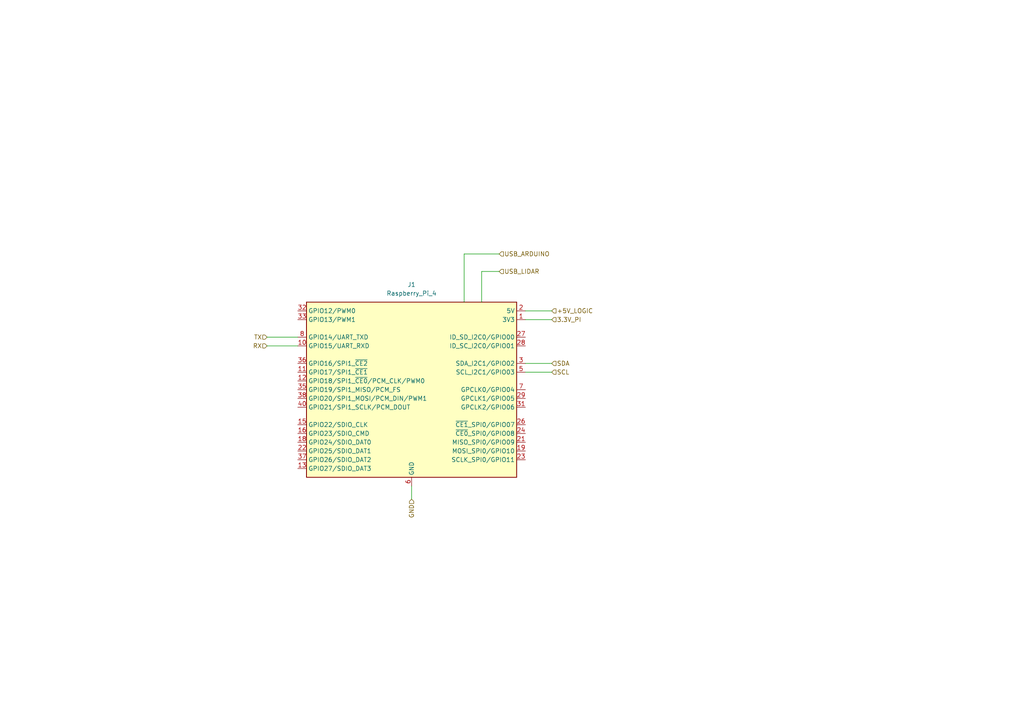
<source format=kicad_sch>
(kicad_sch
	(version 20250114)
	(generator "eeschema")
	(generator_version "9.0")
	(uuid "5e47a621-fbb2-4e8c-b01b-9e13e43c9123")
	(paper "A4")
	(lib_symbols
		(symbol "Connector:Raspberry_Pi_4"
			(exclude_from_sim no)
			(in_bom yes)
			(on_board yes)
			(property "Reference" "J"
				(at -17.526 48.768 0)
				(effects
					(font
						(size 1.27 1.27)
					)
					(justify left bottom)
				)
			)
			(property "Value" "Raspberry_Pi_4"
				(at 15.748 -26.416 0)
				(effects
					(font
						(size 1.27 1.27)
					)
					(justify left top)
				)
			)
			(property "Footprint" ""
				(at 70.104 -47.498 0)
				(effects
					(font
						(size 1.27 1.27)
					)
					(justify left)
					(hide yes)
				)
			)
			(property "Datasheet" "https://datasheets.raspberrypi.com/rpi4/raspberry-pi-4-datasheet.pdf"
				(at 15.748 -32.258 0)
				(effects
					(font
						(size 1.27 1.27)
					)
					(justify left)
					(hide yes)
				)
			)
			(property "Description" "Raspberry Pi 4 Model B"
				(at 15.748 -29.718 0)
				(effects
					(font
						(size 1.27 1.27)
					)
					(justify left)
					(hide yes)
				)
			)
			(property "ki_keywords" "SBC RPi"
				(at 0 0 0)
				(effects
					(font
						(size 1.27 1.27)
					)
					(hide yes)
				)
			)
			(property "ki_fp_filters" "PinHeader*2x20*P2.54mm*Vertical* PinSocket*2x20*P2.54mm*Vertical*"
				(at 0 0 0)
				(effects
					(font
						(size 1.27 1.27)
					)
					(hide yes)
				)
			)
			(symbol "Raspberry_Pi_4_0_1"
				(rectangle
					(start -30.48 25.4)
					(end 30.48 -25.4)
					(stroke
						(width 0.254)
						(type default)
					)
					(fill
						(type background)
					)
				)
			)
			(symbol "Raspberry_Pi_4_1_1"
				(pin bidirectional line
					(at -33.02 22.86 0)
					(length 2.54)
					(name "GPIO12/PWM0"
						(effects
							(font
								(size 1.27 1.27)
							)
						)
					)
					(number "32"
						(effects
							(font
								(size 1.27 1.27)
							)
						)
					)
				)
				(pin bidirectional line
					(at -33.02 20.32 0)
					(length 2.54)
					(name "GPIO13/PWM1"
						(effects
							(font
								(size 1.27 1.27)
							)
						)
					)
					(number "33"
						(effects
							(font
								(size 1.27 1.27)
							)
						)
					)
				)
				(pin bidirectional line
					(at -33.02 15.24 0)
					(length 2.54)
					(name "GPIO14/UART_TXD"
						(effects
							(font
								(size 1.27 1.27)
							)
						)
					)
					(number "8"
						(effects
							(font
								(size 1.27 1.27)
							)
						)
					)
				)
				(pin bidirectional line
					(at -33.02 12.7 0)
					(length 2.54)
					(name "GPIO15/UART_RXD"
						(effects
							(font
								(size 1.27 1.27)
							)
						)
					)
					(number "10"
						(effects
							(font
								(size 1.27 1.27)
							)
						)
					)
				)
				(pin bidirectional line
					(at -33.02 7.62 0)
					(length 2.54)
					(name "GPIO16/SPI1_~{CE2}"
						(effects
							(font
								(size 1.27 1.27)
							)
						)
					)
					(number "36"
						(effects
							(font
								(size 1.27 1.27)
							)
						)
					)
				)
				(pin bidirectional line
					(at -33.02 5.08 0)
					(length 2.54)
					(name "GPIO17/SPI1_~{CE1}"
						(effects
							(font
								(size 1.27 1.27)
							)
						)
					)
					(number "11"
						(effects
							(font
								(size 1.27 1.27)
							)
						)
					)
				)
				(pin bidirectional line
					(at -33.02 2.54 0)
					(length 2.54)
					(name "GPIO18/SPI1_~{CE0}/PCM_CLK/PWM0"
						(effects
							(font
								(size 1.27 1.27)
							)
						)
					)
					(number "12"
						(effects
							(font
								(size 1.27 1.27)
							)
						)
					)
				)
				(pin bidirectional line
					(at -33.02 0 0)
					(length 2.54)
					(name "GPIO19/SPI1_MISO/PCM_FS"
						(effects
							(font
								(size 1.27 1.27)
							)
						)
					)
					(number "35"
						(effects
							(font
								(size 1.27 1.27)
							)
						)
					)
				)
				(pin bidirectional line
					(at -33.02 -2.54 0)
					(length 2.54)
					(name "GPIO20/SPI1_MOSI/PCM_DIN/PWM1"
						(effects
							(font
								(size 1.27 1.27)
							)
						)
					)
					(number "38"
						(effects
							(font
								(size 1.27 1.27)
							)
						)
					)
				)
				(pin bidirectional line
					(at -33.02 -5.08 0)
					(length 2.54)
					(name "GPIO21/SPI1_SCLK/PCM_DOUT"
						(effects
							(font
								(size 1.27 1.27)
							)
						)
					)
					(number "40"
						(effects
							(font
								(size 1.27 1.27)
							)
						)
					)
				)
				(pin bidirectional line
					(at -33.02 -10.16 0)
					(length 2.54)
					(name "GPIO22/SDIO_CLK"
						(effects
							(font
								(size 1.27 1.27)
							)
						)
					)
					(number "15"
						(effects
							(font
								(size 1.27 1.27)
							)
						)
					)
				)
				(pin bidirectional line
					(at -33.02 -12.7 0)
					(length 2.54)
					(name "GPIO23/SDIO_CMD"
						(effects
							(font
								(size 1.27 1.27)
							)
						)
					)
					(number "16"
						(effects
							(font
								(size 1.27 1.27)
							)
						)
					)
				)
				(pin bidirectional line
					(at -33.02 -15.24 0)
					(length 2.54)
					(name "GPIO24/SDIO_DAT0"
						(effects
							(font
								(size 1.27 1.27)
							)
						)
					)
					(number "18"
						(effects
							(font
								(size 1.27 1.27)
							)
						)
					)
				)
				(pin bidirectional line
					(at -33.02 -17.78 0)
					(length 2.54)
					(name "GPIO25/SDIO_DAT1"
						(effects
							(font
								(size 1.27 1.27)
							)
						)
					)
					(number "22"
						(effects
							(font
								(size 1.27 1.27)
							)
						)
					)
				)
				(pin bidirectional line
					(at -33.02 -20.32 0)
					(length 2.54)
					(name "GPIO26/SDIO_DAT2"
						(effects
							(font
								(size 1.27 1.27)
							)
						)
					)
					(number "37"
						(effects
							(font
								(size 1.27 1.27)
							)
						)
					)
				)
				(pin bidirectional line
					(at -33.02 -22.86 0)
					(length 2.54)
					(name "GPIO27/SDIO_DAT3"
						(effects
							(font
								(size 1.27 1.27)
							)
						)
					)
					(number "13"
						(effects
							(font
								(size 1.27 1.27)
							)
						)
					)
				)
				(pin passive line
					(at 0 -27.94 90)
					(length 2.54)
					(hide yes)
					(name "GND"
						(effects
							(font
								(size 1.27 1.27)
							)
						)
					)
					(number "14"
						(effects
							(font
								(size 1.27 1.27)
							)
						)
					)
				)
				(pin passive line
					(at 0 -27.94 90)
					(length 2.54)
					(hide yes)
					(name "GND"
						(effects
							(font
								(size 1.27 1.27)
							)
						)
					)
					(number "20"
						(effects
							(font
								(size 1.27 1.27)
							)
						)
					)
				)
				(pin passive line
					(at 0 -27.94 90)
					(length 2.54)
					(hide yes)
					(name "GND"
						(effects
							(font
								(size 1.27 1.27)
							)
						)
					)
					(number "25"
						(effects
							(font
								(size 1.27 1.27)
							)
						)
					)
				)
				(pin passive line
					(at 0 -27.94 90)
					(length 2.54)
					(hide yes)
					(name "GND"
						(effects
							(font
								(size 1.27 1.27)
							)
						)
					)
					(number "30"
						(effects
							(font
								(size 1.27 1.27)
							)
						)
					)
				)
				(pin passive line
					(at 0 -27.94 90)
					(length 2.54)
					(hide yes)
					(name "GND"
						(effects
							(font
								(size 1.27 1.27)
							)
						)
					)
					(number "34"
						(effects
							(font
								(size 1.27 1.27)
							)
						)
					)
				)
				(pin passive line
					(at 0 -27.94 90)
					(length 2.54)
					(hide yes)
					(name "GND"
						(effects
							(font
								(size 1.27 1.27)
							)
						)
					)
					(number "39"
						(effects
							(font
								(size 1.27 1.27)
							)
						)
					)
				)
				(pin power_out line
					(at 0 -27.94 90)
					(length 2.54)
					(name "GND"
						(effects
							(font
								(size 1.27 1.27)
							)
						)
					)
					(number "6"
						(effects
							(font
								(size 1.27 1.27)
							)
						)
					)
				)
				(pin passive line
					(at 0 -27.94 90)
					(length 2.54)
					(hide yes)
					(name "GND"
						(effects
							(font
								(size 1.27 1.27)
							)
						)
					)
					(number "9"
						(effects
							(font
								(size 1.27 1.27)
							)
						)
					)
				)
				(pin power_out line
					(at 33.02 22.86 180)
					(length 2.54)
					(name "5V"
						(effects
							(font
								(size 1.27 1.27)
							)
						)
					)
					(number "2"
						(effects
							(font
								(size 1.27 1.27)
							)
						)
					)
				)
				(pin passive line
					(at 33.02 22.86 180)
					(length 2.54)
					(hide yes)
					(name "5V"
						(effects
							(font
								(size 1.27 1.27)
							)
						)
					)
					(number "4"
						(effects
							(font
								(size 1.27 1.27)
							)
						)
					)
				)
				(pin power_out line
					(at 33.02 20.32 180)
					(length 2.54)
					(name "3V3"
						(effects
							(font
								(size 1.27 1.27)
							)
						)
					)
					(number "1"
						(effects
							(font
								(size 1.27 1.27)
							)
						)
					)
				)
				(pin passive line
					(at 33.02 20.32 180)
					(length 2.54)
					(hide yes)
					(name "3V3"
						(effects
							(font
								(size 1.27 1.27)
							)
						)
					)
					(number "17"
						(effects
							(font
								(size 1.27 1.27)
							)
						)
					)
				)
				(pin bidirectional line
					(at 33.02 15.24 180)
					(length 2.54)
					(name "ID_SD_I2C0/GPIO00"
						(effects
							(font
								(size 1.27 1.27)
							)
						)
					)
					(number "27"
						(effects
							(font
								(size 1.27 1.27)
							)
						)
					)
				)
				(pin bidirectional line
					(at 33.02 12.7 180)
					(length 2.54)
					(name "ID_SC_I2C0/GPIO01"
						(effects
							(font
								(size 1.27 1.27)
							)
						)
					)
					(number "28"
						(effects
							(font
								(size 1.27 1.27)
							)
						)
					)
				)
				(pin bidirectional line
					(at 33.02 7.62 180)
					(length 2.54)
					(name "SDA_I2C1/GPIO02"
						(effects
							(font
								(size 1.27 1.27)
							)
						)
					)
					(number "3"
						(effects
							(font
								(size 1.27 1.27)
							)
						)
					)
				)
				(pin bidirectional line
					(at 33.02 5.08 180)
					(length 2.54)
					(name "SCL_I2C1/GPIO03"
						(effects
							(font
								(size 1.27 1.27)
							)
						)
					)
					(number "5"
						(effects
							(font
								(size 1.27 1.27)
							)
						)
					)
				)
				(pin bidirectional line
					(at 33.02 0 180)
					(length 2.54)
					(name "GPCLK0/GPIO04"
						(effects
							(font
								(size 1.27 1.27)
							)
						)
					)
					(number "7"
						(effects
							(font
								(size 1.27 1.27)
							)
						)
					)
				)
				(pin bidirectional line
					(at 33.02 -2.54 180)
					(length 2.54)
					(name "GPCLK1/GPIO05"
						(effects
							(font
								(size 1.27 1.27)
							)
						)
					)
					(number "29"
						(effects
							(font
								(size 1.27 1.27)
							)
						)
					)
				)
				(pin bidirectional line
					(at 33.02 -5.08 180)
					(length 2.54)
					(name "GPCLK2/GPIO06"
						(effects
							(font
								(size 1.27 1.27)
							)
						)
					)
					(number "31"
						(effects
							(font
								(size 1.27 1.27)
							)
						)
					)
				)
				(pin bidirectional line
					(at 33.02 -10.16 180)
					(length 2.54)
					(name "~{CE1}_SPI0/GPIO07"
						(effects
							(font
								(size 1.27 1.27)
							)
						)
					)
					(number "26"
						(effects
							(font
								(size 1.27 1.27)
							)
						)
					)
				)
				(pin bidirectional line
					(at 33.02 -12.7 180)
					(length 2.54)
					(name "~{CE0}_SPI0/GPIO08"
						(effects
							(font
								(size 1.27 1.27)
							)
						)
					)
					(number "24"
						(effects
							(font
								(size 1.27 1.27)
							)
						)
					)
				)
				(pin bidirectional line
					(at 33.02 -15.24 180)
					(length 2.54)
					(name "MISO_SPI0/GPIO09"
						(effects
							(font
								(size 1.27 1.27)
							)
						)
					)
					(number "21"
						(effects
							(font
								(size 1.27 1.27)
							)
						)
					)
				)
				(pin bidirectional line
					(at 33.02 -17.78 180)
					(length 2.54)
					(name "MOSI_SPI0/GPIO10"
						(effects
							(font
								(size 1.27 1.27)
							)
						)
					)
					(number "19"
						(effects
							(font
								(size 1.27 1.27)
							)
						)
					)
				)
				(pin bidirectional line
					(at 33.02 -20.32 180)
					(length 2.54)
					(name "SCLK_SPI0/GPIO11"
						(effects
							(font
								(size 1.27 1.27)
							)
						)
					)
					(number "23"
						(effects
							(font
								(size 1.27 1.27)
							)
						)
					)
				)
			)
			(embedded_fonts no)
		)
	)
	(wire
		(pts
			(xy 134.62 73.66) (xy 134.62 87.63)
		)
		(stroke
			(width 0)
			(type default)
		)
		(uuid "00bf1403-7bd8-4917-899f-e79a702a44d3")
	)
	(wire
		(pts
			(xy 134.62 73.66) (xy 144.78 73.66)
		)
		(stroke
			(width 0)
			(type default)
		)
		(uuid "05802d02-9a24-49c3-b9ef-6f2f96175816")
	)
	(wire
		(pts
			(xy 160.02 92.71) (xy 152.4 92.71)
		)
		(stroke
			(width 0)
			(type default)
		)
		(uuid "0d0a6fca-b4d3-4ff5-af14-84533c7297d1")
	)
	(wire
		(pts
			(xy 77.47 97.79) (xy 86.36 97.79)
		)
		(stroke
			(width 0)
			(type default)
		)
		(uuid "1d4b1b9b-7f46-44e0-af6a-6b268efad9fe")
	)
	(wire
		(pts
			(xy 139.7 78.74) (xy 144.78 78.74)
		)
		(stroke
			(width 0)
			(type default)
		)
		(uuid "1fc12faa-9feb-4ae2-83cd-2407cedceeca")
	)
	(wire
		(pts
			(xy 152.4 90.17) (xy 160.02 90.17)
		)
		(stroke
			(width 0)
			(type default)
		)
		(uuid "3e81c444-591b-43e8-b864-bfc441aa136b")
	)
	(wire
		(pts
			(xy 160.02 105.41) (xy 152.4 105.41)
		)
		(stroke
			(width 0)
			(type default)
		)
		(uuid "4cad7246-2b35-43d2-8749-d31522b2c868")
	)
	(wire
		(pts
			(xy 139.7 78.74) (xy 139.7 87.63)
		)
		(stroke
			(width 0)
			(type default)
		)
		(uuid "66d9916a-00cd-4999-9775-62efb506a25f")
	)
	(wire
		(pts
			(xy 77.47 100.33) (xy 86.36 100.33)
		)
		(stroke
			(width 0)
			(type default)
		)
		(uuid "68e42592-3667-42ee-ab29-bad13e924ee7")
	)
	(wire
		(pts
			(xy 160.02 107.95) (xy 152.4 107.95)
		)
		(stroke
			(width 0)
			(type default)
		)
		(uuid "d5980176-94d3-46c0-a9d6-17fb06308ccf")
	)
	(wire
		(pts
			(xy 119.38 140.97) (xy 119.38 144.78)
		)
		(stroke
			(width 0)
			(type default)
		)
		(uuid "ffb5e5ba-4952-4c87-a631-d991b802a7d4")
	)
	(hierarchical_label "USB_LIDAR"
		(shape input)
		(at 144.78 78.74 0)
		(effects
			(font
				(size 1.27 1.27)
			)
			(justify left)
		)
		(uuid "030c79c5-99fa-4e21-b768-d8a41825eda9")
	)
	(hierarchical_label "+5V_LOGIC"
		(shape input)
		(at 160.02 90.17 0)
		(effects
			(font
				(size 1.27 1.27)
			)
			(justify left)
		)
		(uuid "16162fbd-31f3-4aa0-8193-7fa76f145245")
	)
	(hierarchical_label "SDA"
		(shape input)
		(at 160.02 105.41 0)
		(effects
			(font
				(size 1.27 1.27)
			)
			(justify left)
		)
		(uuid "27379e6d-9468-4928-bf8f-7b2e3ee87063")
	)
	(hierarchical_label "GND"
		(shape input)
		(at 119.38 144.78 270)
		(effects
			(font
				(size 1.27 1.27)
			)
			(justify right)
		)
		(uuid "4d57c402-5e77-4060-878a-14d6ed39de5a")
	)
	(hierarchical_label "3.3V_PI"
		(shape input)
		(at 160.02 92.71 0)
		(effects
			(font
				(size 1.27 1.27)
			)
			(justify left)
		)
		(uuid "51216703-15aa-4ec6-9133-76f3c3e3029a")
	)
	(hierarchical_label "TX"
		(shape input)
		(at 77.47 97.79 180)
		(effects
			(font
				(size 1.27 1.27)
			)
			(justify right)
		)
		(uuid "5af5150d-ac79-47cb-8ffc-1f308901cda0")
	)
	(hierarchical_label "USB_ARDUINO"
		(shape input)
		(at 144.78 73.66 0)
		(effects
			(font
				(size 1.27 1.27)
			)
			(justify left)
		)
		(uuid "8ec96fc1-f1a4-4c43-9bad-dad6d2a298ae")
	)
	(hierarchical_label "SCL"
		(shape input)
		(at 160.02 107.95 0)
		(effects
			(font
				(size 1.27 1.27)
			)
			(justify left)
		)
		(uuid "b1ad1c9b-6fc8-4781-b7aa-67f0b72b3fac")
	)
	(hierarchical_label "RX"
		(shape input)
		(at 77.47 100.33 180)
		(effects
			(font
				(size 1.27 1.27)
			)
			(justify right)
		)
		(uuid "c11ae90a-6dad-4c9b-bfc7-0658816fd043")
	)
	(symbol
		(lib_id "Connector:Raspberry_Pi_4")
		(at 119.38 113.03 0)
		(unit 1)
		(exclude_from_sim no)
		(in_bom yes)
		(on_board yes)
		(dnp no)
		(fields_autoplaced yes)
		(uuid "45359bb9-31a7-424f-901a-e433d05ea5b0")
		(property "Reference" "J1"
			(at 119.38 82.55 0)
			(effects
				(font
					(size 1.27 1.27)
				)
			)
		)
		(property "Value" "Raspberry_Pi_4"
			(at 119.38 85.09 0)
			(effects
				(font
					(size 1.27 1.27)
				)
			)
		)
		(property "Footprint" ""
			(at 189.484 160.528 0)
			(effects
				(font
					(size 1.27 1.27)
				)
				(justify left)
				(hide yes)
			)
		)
		(property "Datasheet" "https://datasheets.raspberrypi.com/rpi4/raspberry-pi-4-datasheet.pdf"
			(at 135.128 145.288 0)
			(effects
				(font
					(size 1.27 1.27)
				)
				(justify left)
				(hide yes)
			)
		)
		(property "Description" "Raspberry Pi 4 Model B"
			(at 135.128 142.748 0)
			(effects
				(font
					(size 1.27 1.27)
				)
				(justify left)
				(hide yes)
			)
		)
		(pin "26"
			(uuid "1ec8bb8b-fab8-4961-b41b-52000a0b5e85")
		)
		(pin "24"
			(uuid "8529db49-d711-436d-91d3-b3e6cf55fa37")
		)
		(pin "19"
			(uuid "b6f66329-84e0-4d23-ac47-bc8fa4603413")
		)
		(pin "21"
			(uuid "9893a7f6-d761-4013-ad12-4f0402c23191")
		)
		(pin "23"
			(uuid "9c415140-6b3d-489e-bf54-8aca7268b36f")
		)
		(pin "11"
			(uuid "4f4a4092-92e8-4c1e-8638-867dd5c8a2c6")
		)
		(pin "37"
			(uuid "96935258-83c6-4b63-afaa-5e168efd59e9")
		)
		(pin "36"
			(uuid "49148f43-f17a-411c-84ae-873348cf1fb1")
		)
		(pin "13"
			(uuid "6ee36277-8b77-44e0-ac3b-3b8b124c06d3")
		)
		(pin "25"
			(uuid "bd28a359-e8f9-4631-8712-e74ff8e32a63")
		)
		(pin "30"
			(uuid "65eb56a2-8ad4-45c9-993a-0ef47ac9e5a3")
		)
		(pin "9"
			(uuid "5c4bf522-9bde-4e9a-9772-3eb3a84134ef")
		)
		(pin "32"
			(uuid "a4dd6341-de7b-4f0f-975b-b23ae6161747")
		)
		(pin "22"
			(uuid "fd9351bd-0be1-4a10-ad25-b35ef795f094")
		)
		(pin "15"
			(uuid "f40e9f16-92c9-4eb5-af39-872403026ec8")
		)
		(pin "16"
			(uuid "fb7ab84b-e002-4cf8-9b5a-81fbd3eddc3a")
		)
		(pin "33"
			(uuid "676abc6d-3382-4221-8e60-9abc51b3e6a7")
		)
		(pin "12"
			(uuid "13a9534d-619a-4707-8369-80ae3699512d")
		)
		(pin "40"
			(uuid "d4a97c15-a39a-4d10-bc4c-51300adf2e8a")
		)
		(pin "10"
			(uuid "a5d727c9-39dd-4016-babf-3c55f1609ece")
		)
		(pin "35"
			(uuid "66e2c5bb-e975-4ef8-896f-e4a71175c55a")
		)
		(pin "18"
			(uuid "40eb361c-295e-46a2-8adb-6b2ec2e20426")
		)
		(pin "38"
			(uuid "c1f06f3c-27e7-43a9-acaf-1d282b6a9dea")
		)
		(pin "8"
			(uuid "649d35e9-87e0-49fb-972a-9a27573007e5")
		)
		(pin "20"
			(uuid "9b49c7c4-6f9e-408e-977a-8a3eb24e709c")
		)
		(pin "34"
			(uuid "1423f0ca-a5d2-491c-9075-92ecea33de21")
		)
		(pin "14"
			(uuid "dec4f28c-10a1-4e16-806d-73bc4135b8c9")
		)
		(pin "39"
			(uuid "0db12202-fd85-4ba9-9eab-eb5c87bdb574")
		)
		(pin "6"
			(uuid "22343897-7995-4a64-a7a8-e91192fcf03b")
		)
		(pin "17"
			(uuid "cbd59277-8de1-4720-88e1-f3530ee35c75")
		)
		(pin "27"
			(uuid "44d0d382-7d77-4bc0-8639-b69416194498")
		)
		(pin "2"
			(uuid "0dbdeb26-f6fa-46ad-b379-a6a0c0a3ae9d")
		)
		(pin "7"
			(uuid "36ee9547-f001-4270-8d81-5d848cfa9656")
		)
		(pin "28"
			(uuid "d724ec98-28f6-406f-b0e5-ffef968c2f97")
		)
		(pin "1"
			(uuid "28018742-fb97-4a59-961a-fa0a738a62d2")
		)
		(pin "29"
			(uuid "5970025b-a112-4a52-9e06-074fcc5ff6d3")
		)
		(pin "4"
			(uuid "ad6d9000-3a4f-4d27-9402-18410fbd5efe")
		)
		(pin "3"
			(uuid "07f422d5-06bf-4563-9eb4-db031d1771fc")
		)
		(pin "5"
			(uuid "f5d633d3-a6b6-471e-a7e1-6619b82036e8")
		)
		(pin "31"
			(uuid "714fb74e-96fe-46b8-832a-20f147864bdf")
		)
		(instances
			(project ""
				(path "/8b628cf2-f5c8-4ee4-ba10-6a5a6149387b/03aead07-a972-4aba-a303-02e32db4074a"
					(reference "J1")
					(unit 1)
				)
			)
		)
	)
)

</source>
